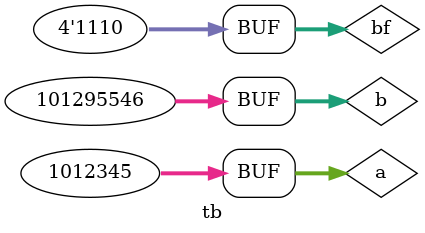
<source format=v>
module BCEU(
	input [31:0] a, b, //test operands
	input [3:0] bf, //branch function
	
	output reg bcres
);

always @(*) begin
	case (bf[3:0]) 
		4'b0010 : bcres <= a[31];
		4'b0011 : bcres <= ~a[31];
		4'b1000, 4'b1001  : bcres <= (a == b);
		4'b1010, 4'b1011 : bcres <= ~(a == b);
		4'b1100, 4'b1101 : bcres <= a[31] || a[31:0] == 0;
		4'b1110, 4'b1111 : bcres <= ~a[31] && ~(a[31:0] == 0);
		default : bcres <= 0;
	
	endcase
end


endmodule


///////////_TB_///////////
module tb ();

reg [31:0]a, b;
reg [3:0]bf;
wire bcres;

BCEU BCEU (
	a, b, bf, bcres 
	);
	
initial begin

bf = 4'b0010;
a = 32'd1012345;
b = 32'd101295546;
#50;


bf = 4'b0011;
a = 32'd1012345;
b = 32'd101295546;
#50;


bf = 4'b1000;
a = 32'd1012345;
b = 32'd101295546;
#50;


bf = 4'b1010;
a = 32'd1012345;
b = 32'd101295546;
#50;

bf = 4'b1100;
a = 32'd1012345;
b = 32'd101295546;
#50;

bf = 4'b1110;
a = 32'd1012345;
b = 32'd101295546;
#50;

end
    
endmodule

</source>
